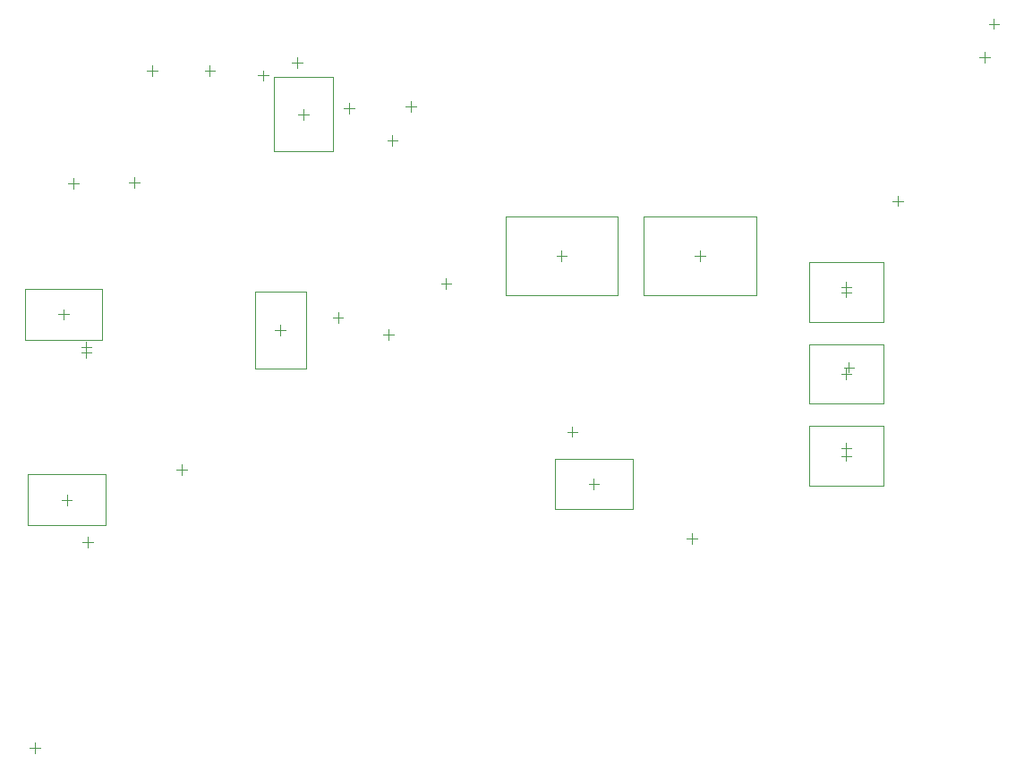
<source format=gbr>
G04 Layer_Color=32768*
%FSLAX26Y26*%
%MOIN*%
%TF.FileFunction,Other,Mechanical_15*%
%TF.Part,Single*%
G01*
G75*
%TA.AperFunction,NonConductor*%
%ADD86C,0.003937*%
%ADD87C,0.001968*%
D86*
X74315Y1937000D02*
X113685D01*
X94000Y1917315D02*
Y1956685D01*
X131000Y2406315D02*
Y2445685D01*
X111315Y2426000D02*
X150685D01*
X339315Y2429000D02*
X378685D01*
X359000Y2409315D02*
Y2448685D01*
X87315Y1246000D02*
X126685D01*
X107000Y1226315D02*
Y1265685D01*
X536000Y1339315D02*
Y1378685D01*
X516315Y1359000D02*
X555685D01*
X185000Y1069315D02*
Y1108685D01*
X165315Y1089000D02*
X204685D01*
X1117000Y1905315D02*
Y1944685D01*
X1097315Y1925000D02*
X1136685D01*
X903000Y1858315D02*
Y1897685D01*
X883315Y1878000D02*
X922685D01*
X1284315Y1862000D02*
X1323685D01*
X1304000Y1842315D02*
Y1881685D01*
X1520000Y2032315D02*
Y2071685D01*
X1500315Y2052000D02*
X1539685D01*
X2435000Y1083315D02*
Y1122685D01*
X2415315Y1103000D02*
X2454685D01*
X1320000Y2566000D02*
Y2605370D01*
X1300315Y2585685D02*
X1339685D01*
X1369315Y2713055D02*
X1408685D01*
X1389000Y2693370D02*
Y2732740D01*
X1138315Y2706000D02*
X1177685D01*
X1158000Y2686315D02*
Y2725685D01*
X944315Y2876000D02*
X983685D01*
X964000Y2856315D02*
Y2895685D01*
X838000Y2807315D02*
Y2846685D01*
X818315Y2827000D02*
X857685D01*
X969315Y2683000D02*
X1008685D01*
X989000Y2663315D02*
Y2702685D01*
X3506315Y2896000D02*
X3545685D01*
X3526000Y2876315D02*
Y2915685D01*
X3560000Y3000315D02*
Y3039685D01*
X3540315Y3020000D02*
X3579685D01*
X3010000Y1390315D02*
Y1429685D01*
X2990315Y1410000D02*
X3029685D01*
X1930315Y2155000D02*
X1969685D01*
X1950000Y2135315D02*
Y2174685D01*
X3010000Y1695315D02*
Y1734685D01*
X2990315Y1715000D02*
X3029685D01*
X2445315Y2155000D02*
X2484685D01*
X2465000Y2135315D02*
Y2174685D01*
X3010000Y2000315D02*
Y2039685D01*
X2990315Y2020000D02*
X3029685D01*
X640000Y2825315D02*
Y2864685D01*
X620315Y2845000D02*
X659685D01*
X3183315Y2360000D02*
X3222685D01*
X3203000Y2340315D02*
Y2379685D01*
X425000Y2825315D02*
Y2864685D01*
X405315Y2845000D02*
X444685D01*
X-12000Y302315D02*
Y341685D01*
X-31685Y322000D02*
X7685D01*
X2050315Y1305000D02*
X2089685D01*
X2070000Y1285315D02*
Y1324685D01*
X3010000Y1420315D02*
Y1459685D01*
X2990315Y1440000D02*
X3029685D01*
X3020000Y1720315D02*
Y1759685D01*
X3000315Y1740000D02*
X3039685D01*
X3010000Y2020000D02*
Y2059370D01*
X2990315Y2039685D02*
X3029685D01*
X180000Y1775629D02*
Y1814999D01*
X160315Y1795314D02*
X199685D01*
X1990000Y1480315D02*
Y1519685D01*
X1970315Y1500000D02*
X2009685D01*
X180000Y1795314D02*
Y1834684D01*
X160315Y1814999D02*
X199685D01*
D87*
X-49701Y1842512D02*
Y2031488D01*
X237701Y1842512D02*
Y2031488D01*
X-49701Y1842512D02*
X237701D01*
X-49701Y2031488D02*
X237701D01*
X-36701Y1151512D02*
Y1340488D01*
X250701Y1151512D02*
Y1340488D01*
X-36701Y1151512D02*
X250701D01*
X-36701Y1340488D02*
X250701D01*
X808512Y1734299D02*
X997488D01*
X808512Y2021701D02*
X997488D01*
Y1734299D02*
Y2021701D01*
X808512Y1734299D02*
Y2021701D01*
X878764Y2544220D02*
Y2821780D01*
X1099236Y2544220D02*
Y2821780D01*
X878764D02*
X1099236D01*
X878764Y2544220D02*
X1099236D01*
X2871220Y1520236D02*
X3148780D01*
X2871220Y1299764D02*
X3148780D01*
Y1520236D01*
X2871220Y1299764D02*
Y1520236D01*
X2158661Y2008346D02*
Y2301653D01*
X1741339Y2008346D02*
Y2301653D01*
Y2008346D02*
X2158661D01*
X1741339Y2301653D02*
X2158661D01*
X2871220Y1825236D02*
X3148780D01*
X2871220Y1604764D02*
X3148780D01*
Y1825236D01*
X2871220Y1604764D02*
Y1825236D01*
X2673661Y2008346D02*
Y2301653D01*
X2256339Y2008346D02*
Y2301653D01*
Y2008346D02*
X2673661D01*
X2256339Y2301653D02*
X2673661D01*
X2871220Y2130236D02*
X3148780D01*
X2871220Y1909764D02*
X3148780D01*
Y2130236D01*
X2871220Y1909764D02*
Y2130236D01*
X1926299Y1210512D02*
Y1399488D01*
X2213701Y1210512D02*
Y1399488D01*
X1926299D02*
X2213701D01*
X1926299Y1210512D02*
X2213701D01*
%TF.MD5,4378a2c474ffaf797254e7e7f518ef30*%
M02*

</source>
